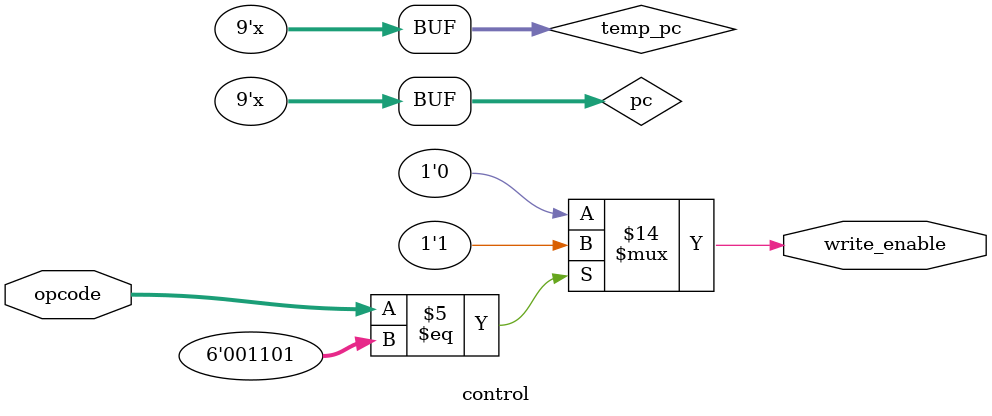
<source format=v>
`include "PDS4.v"
module alu_branch (
    clk,reset,instruction,out,a,b,addr
);
  input clk,reset;
   output [31:0]instruction;
  output reg[31:0] out,a,b;
  reg[8:0] pc=9'b000000000;
  reg [31:0] register[31:0];
  reg [31:0] p[4:0];
  reg [6:0]opcode;
  reg [31:0] datain=2;
  output reg [8:0] addr=0;
  reg write_enable=1'b0;
  wire write;
  vedaInstruction u1(.clk(clk), .rst(1'b0), .write_enable(write_enable), .address(addr),.mode(1'b1),.datain(datain),.dataout(instruction));
  control u2(instruction[5:0], write);
  integer i;
  reg[31:0] temp;
  initial begin
    for ( i= 0;i<32 ;i=i+1 ) begin
        register[i]=i;
    end
  end
  always @(negedge clk) begin
    if (opcode==12) begin
        register[a]=instruction;
        out=register[a];
      end
      addr=pc;
      write_enable=1'b0;
      
  end
  
  

  always@(posedge clk)
begin
    opcode=instruction[31:26];
    if(reset)begin
        for ( i= 0;i<32 ;i=i+1 ) begin
        register[i]=i;
        end
        pc=0;
    end
    case (instruction[31:26]) 
    0 : begin
        register[instruction[15:11]] = $signed(register[instruction[25:21]]) + $signed(register[instruction[20:16]]);     //data_path 0 means instruction is used for add
        a=register[instruction[25:21]];
        b=register[instruction[20:16]];
        out=register[instruction[15:11]];
         
    end 
    1 :begin
        register[instruction[15:11]] = $signed(register[instruction[25:21]]) - $signed(register[instruction[20:16]]);     //data_path 1 means instruction is used for sub
          a=register[instruction[25:21]];
          b=register[instruction[20:16]];
          out=register[instruction[15:11]];
           
    end 
    2 :begin
        register[instruction[15:11]]=register[instruction[25:21]]+register[instruction[20:16]];     //data_path 2 means instruction is used for addu
        a=register[instruction[25:21]];
        b=register[instruction[20:16]];
        out=register[instruction[15:11]];
         
    end 
    3 :begin
        register[instruction[15:11]]=register[instruction[25:21]]-register[instruction[20:16]];     //data_path 3 means instruction is used for subu
        a=register[instruction[25:21]];
        b=register[instruction[20:16]];
        out=register[instruction[15:11]];
         
    end
    4 :begin
        a=register[instruction[25:21]];
        register[instruction[20:16]] = $signed(register[instruction[25:21]]) + $signed(instruction[15:0]);       //data_path 4 means instruction is used for addi

        b=$signed(instruction[15:0]);
        out=register[instruction[20:16]];
         
    end
    5 :begin
        register[instruction[20:16]] = register[instruction[25:21]] + instruction[15:0];        //data_path 5 means instruction is used for addiu
        a=register[instruction[25:21]];
        b=instruction[15:0];
        out=register[instruction[20:16]];
         
    end
    6 :begin
        register[instruction[15:11]]=register[instruction[25:21]] & register[instruction[20:16]];        //data_path 6 means instruction is used for and
          a=register[instruction[25:21]];
          b=register[instruction[20:16]];
          out=register[instruction[15:11]];
         
    end
    7 :begin
        register[instruction[15:11]]=register[instruction[25:21]] | register[instruction[20:16]];         //data_path 7 means instruction is used for or
        a=register[instruction[25:21]];
        b=register[instruction[20:16]];
        out=register[instruction[15:11]];
         
    end
    8 :begin
        register[instruction[20:16]] = register[instruction[25:21]] & instruction[15:0];      //data_path 8 means instruction is used for andi
        a=register[instruction[25:21]];
        b=instruction[15:0];
        out=register[instruction[20:16]];
         
    end
    9 :begin
        register[instruction[20:16]] = register[instruction[25:21]] | instruction[15:0];        //data_path 9 means instruction is used for ori
        a=register[instruction[25:21]];
        b=instruction[15:0];
        out=register[instruction[20:16]];
         
    end
    10 :begin
        register[instruction[15:11]]=register[instruction[20:16]]<<register[instruction[10:6]];        //data_path 10 means instruction is used for sll
        a=register[instruction[20:16]];
        b=register[instruction[10:6]];
        out=register[instruction[15:11]];
         
    end
    11 :begin
        register[instruction[15:11]]=register[instruction[20:16]]>>register[instruction[10:6]];        //data_path 11 means instruction is used for srl
        a=register[instruction[20:16]];
        b=register[instruction[10:6]];
        out=register[instruction[15:11]];
         
    end
    12 :begin
        addr=$signed(register[instruction[25:21]])+$signed(instruction[15:0]);       //data_path 12 means instruction is used for lw
        // write_enable=1'b1;
        a=instruction[20:16];
        // b=instruction[15:0];
        b=addr;
    
    end
    13 :begin
        addr=$signed(register[instruction[25:21]])+$signed(instruction[15:0]);        //data_path 13 means instruction is used for sw
        datain=register[instruction[20:16]];
        write_enable=1'b1;
        // write_enable=1'b0;
        // register[instruction[20:16]]=instruction;
        a=addr;
        b=instruction[15:0];
        out=register[instruction[20:16]];
    end
    // Branch Operations
     14 : begin    //opcode value 14 means instruction is used for beq
            if(register[instruction[25:21]] == register[instruction[20:16]] )begin
                pc=pc+ $signed(instruction[15:0])-1;
            end
            

        end  
        15 : begin //opcode value 15 means instruction is used for bne
            if(register[instruction[25:21]] != register[instruction[20:16]] )begin
                a=register[instruction[25:21]];
                b=register[instruction[20:16]];
                out=1;
                pc=pc+ $signed(instruction[15:0])-1;
            end
            else begin
                out=0;
            end
            
        end
        16 : begin //opcode value 16 means instruction is used for bgt
            if(register[instruction[25:21]] > register[instruction[20:16]] )begin
                pc=pc+ $signed(instruction[15:0])-1;
            end
            
        end 
        17 : begin  //opcode value 17 means instruction is used for bgte
            if(register[instruction[25:21]] >= register[instruction[20:16]] )begin
                pc=pc+ $signed(instruction[15:0])-1;
            end
            
        end  
        18 : begin  //opcode value 18 means instruction is used for ble
            if(register[instruction[25:21]] < register[instruction[20:16]] )begin
                pc=pc+ $signed(instruction[15:0]);
            end
            
        end
       19 : begin  //opcode value 19 means instruction is used for bleq
            if(register[instruction[25:21]] <= register[instruction[20:16]] )begin
                pc=pc+ $signed(instruction[15:0]);
            end
            
        end
        20 : begin  //opcode value 20 means instruction is used for j 
                pc= $signed(instruction[15:0])-1;
        end
        21 : begin  //opcode value 21 means instruction is used for jr 
                pc=register[instruction[25:21]]-1;
            end
        22 : begin  //opcode value 22 means instruction is used for jal 
                register[31]=pc+1;
                pc=instruction[15:0]-1;
            end
        23 : begin
        
                register[instruction[20:16]]=instruction[15:0];
                a=instruction[15:0];
                b=instruction[20:16];
                out=register[instruction[20:16]];
            end
        24 : begin            //opcode value 24 means instruction is used for slt
            if(register[instruction[25:21]] < register[instruction[20:16]] )begin
                register[instruction[15:11]]=1;
            end
            else begin
                 register[instruction[15:11]]=0;
            end
            a=register[instruction[25:21]];
            b=register[instruction[20:16]];
            out=register[instruction[15:11]];
        end
        31 : begin 
            $monitor("Sorted Array:%d %d %d %d %d",register[17],register[18],register[19],register[20],register[21]);
        end
    endcase
    pc=pc+1;
end 
endmodule


module control (
    opcode,write_enable
);
  reg [8:0] pc;
  input[5:0] opcode;
  output reg write_enable;
  reg [8:0] temp_pc;
  reg mode;
  always @(*) begin
    if(mode==1'b1) begin
        pc=temp_pc;
  end
    if(opcode==6'b001101) begin
    write_enable=1;
  end
  else begin
    write_enable=0;
  end

   if(opcode==6'b001100) begin
    temp_pc=pc;
    mode=1'b1;
  end
  end

endmodule
</source>
